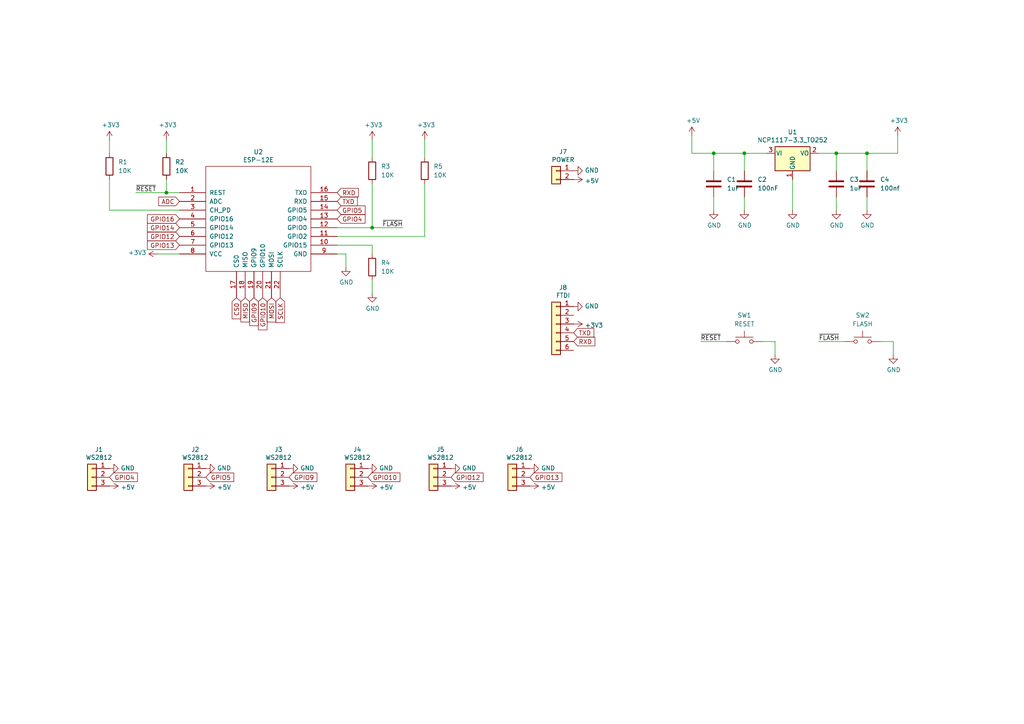
<source format=kicad_sch>
(kicad_sch (version 20250114) (generator "eeschema") (generator_version "9.0")
  (paper "A4")
  (title_block (title "ESP8266-12E/F Breakout") (date "2022-06-12") (rev "1.1") (company "HXR.DK") (comment 1 "CC-BY-SA"))
  (lib_symbols
    (symbol "Device:C" (pin_numbers (hide yes)) (pin_names (offset 0.254))
      (property "Reference" "C" (at 0.635 2.54 0))
      (property "Value" "C" (at 0.635 -2.54 0))
      (symbol "C_0_1"
        (polyline (pts (xy -2.032 0.762) (xy 2.032 0.762)) (stroke (width 0.508)))
        (polyline (pts (xy -2.032 -0.762) (xy 2.032 -0.762)) (stroke (width 0.508)))
      )
      (symbol "C_1_1"
        (pin passive line (at 0 3.81 270) (length 2.794) (name "~") (number "1"))
        (pin passive line (at 0 -3.81 90) (length 2.794) (name "~") (number "2"))
      )
    )
    (symbol "Device:R" (pin_numbers (hide yes)) (pin_names (offset 0))
      (property "Reference" "R" (at 2.032 0 90))
      (property "Value" "R" (at 0 0 90))
      (symbol "R_0_1"
        (rectangle (start -1.016 -2.54) (end 1.016 2.54) (stroke (width 0.254)))
      )
      (symbol "R_1_1"
        (pin passive line (at 0 3.81 270) (length 1.27) (name "~") (number "1"))
        (pin passive line (at 0 -3.81 90) (length 1.27) (name "~") (number "2"))
      )
    )
    (symbol "ESP8266-Breakout-rescue:Conn_01x02-Connector" (pin_names (offset 1.016) (hide yes))
      (property "Reference" "J" (at 0 2.54 0))
      (property "Value" "Conn_01x02-Connector" (at 0 -5.08 0))
      (symbol "Conn_01x02-Connector_1_1"
        (rectangle (start -1.27 1.27) (end 1.27 -3.81) (stroke (width 0.254)) (fill (type background)))
        (rectangle (start -1.27 0.127) (end 0 -0.127) (stroke (width 0.1524)))
        (rectangle (start -1.27 -2.413) (end 0 -2.667) (stroke (width 0.1524)))
        (pin passive line (at -5.08 0 0) (length 3.81) (name "Pin_1") (number "1"))
        (pin passive line (at -5.08 -2.54 0) (length 3.81) (name "Pin_2") (number "2"))
      )
    )
    (symbol "ESP8266-Breakout-rescue:Conn_01x03-Connector" (pin_names (offset 1.016) (hide yes))
      (property "Reference" "J" (at 0 5.08 0))
      (property "Value" "Conn_01x03-Connector" (at 0 -5.08 0))
      (symbol "Conn_01x03-Connector_1_1"
        (rectangle (start -1.27 3.81) (end 1.27 -3.81) (stroke (width 0.254)) (fill (type background)))
        (rectangle (start -1.27 2.667) (end 0 2.413) (stroke (width 0.1524)))
        (rectangle (start -1.27 0.127) (end 0 -0.127) (stroke (width 0.1524)))
        (rectangle (start -1.27 -2.413) (end 0 -2.667) (stroke (width 0.1524)))
        (pin passive line (at -5.08 2.54 0) (length 3.81) (name "Pin_1") (number "1"))
        (pin passive line (at -5.08 0 0) (length 3.81) (name "Pin_2") (number "2"))
        (pin passive line (at -5.08 -2.54 0) (length 3.81) (name "Pin_3") (number "3"))
      )
    )
    (symbol "ESP8266-Breakout-rescue:Conn_01x06-Connector" (pin_names (offset 1.016) (hide yes))
      (property "Reference" "J" (at 0 7.62 0))
      (property "Value" "Conn_01x06-Connector" (at 0 -10.16 0))
      (symbol "Conn_01x06-Connector_1_1"
        (rectangle (start -1.27 6.35) (end 1.27 -8.89) (stroke (width 0.254)) (fill (type background)))
        (rectangle (start -1.27 5.207) (end 0 4.953) (stroke (width 0.1524)))
        (rectangle (start -1.27 2.667) (end 0 2.413) (stroke (width 0.1524)))
        (rectangle (start -1.27 0.127) (end 0 -0.127) (stroke (width 0.1524)))
        (rectangle (start -1.27 -2.413) (end 0 -2.667) (stroke (width 0.1524)))
        (rectangle (start -1.27 -4.953) (end 0 -5.207) (stroke (width 0.1524)))
        (rectangle (start -1.27 -7.493) (end 0 -7.747) (stroke (width 0.1524)))
        (pin passive line (at -5.08 5.08 0) (length 3.81) (name "Pin_1") (number "1"))
        (pin passive line (at -5.08 2.54 0) (length 3.81) (name "Pin_2") (number "2"))
        (pin passive line (at -5.08 0 0) (length 3.81) (name "Pin_3") (number "3"))
        (pin passive line (at -5.08 -2.54 0) (length 3.81) (name "Pin_4") (number "4"))
        (pin passive line (at -5.08 -5.08 0) (length 3.81) (name "Pin_5") (number "5"))
        (pin passive line (at -5.08 -7.62 0) (length 3.81) (name "Pin_6") (number "6"))
      )
    )
    (symbol "ESP8266-Breakout-rescue:NCP1117-3.3_TO252-regul" (pin_names (offset 0.254))
      (property "Reference" "U" (at -3.81 3.175 0))
      (property "Value" "NCP1117-3.3_TO252-regul" (at 0 3.175 0))
      (symbol "NCP1117-3.3_TO252-regul_0_1"
        (rectangle (start -5.08 1.905) (end 5.08 -5.08) (stroke (width 0.254)) (fill (type background)))
      )
      (symbol "NCP1117-3.3_TO252-regul_1_1"
        (pin power_in line (at -7.62 0 0) (length 2.54) (name "VI") (number "3"))
        (pin power_in line (at 0 -7.62 90) (length 2.54) (name "GND") (number "1"))
        (pin power_out line (at 7.62 0 180) (length 2.54) (name "VO") (number "2"))
      )
    )
    (symbol "ESP8266:ESP-12E" (pin_names (offset 1.016))
      (property "Reference" "U" (at 0 -2.54 0))
      (property "Value" "ESP-12E" (at 0 2.54 0))
      (symbol "ESP-12E_1_0"
        (rectangle (start -15.24 -15.24) (end 15.24 15.24))
      )
      (symbol "ESP-12E_1_1"
        (pin input line (at -22.86 7.62 0) (length 7.62) (name "REST") (number "1"))
        (pin passive line (at -22.86 5.08 0) (length 7.62) (name "ADC") (number "2"))
        (pin input line (at -22.86 2.54 0) (length 7.62) (name "CH_PD") (number "3"))
        (pin bidirectional line (at -22.86 0 0) (length 7.62) (name "GPIO16") (number "4"))
        (pin bidirectional line (at -22.86 -2.54 0) (length 7.62) (name "GPIO14") (number "5"))
        (pin bidirectional line (at -22.86 -5.08 0) (length 7.62) (name "GPIO12") (number "6"))
        (pin bidirectional line (at -22.86 -7.62 0) (length 7.62) (name "GPIO13") (number "7"))
        (pin power_in line (at -22.86 -10.16 0) (length 7.62) (name "VCC") (number "8"))
        (pin bidirectional line (at -6.35 -22.86 90) (length 7.62) (name "CS0") (number "17"))
        (pin bidirectional line (at -3.81 -22.86 90) (length 7.62) (name "MISO") (number "18"))
        (pin bidirectional line (at -1.27 -22.86 90) (length 7.62) (name "GPIO9") (number "19"))
        (pin bidirectional line (at 1.27 -22.86 90) (length 7.62) (name "GPIO10") (number "20"))
        (pin bidirectional line (at 3.81 -22.86 90) (length 7.62) (name "MOSI") (number "21"))
        (pin bidirectional line (at 6.35 -22.86 90) (length 7.62) (name "SCLK") (number "22"))
        (pin output line (at 22.86 7.62 180) (length 7.62) (name "TXD") (number "16"))
        (pin input line (at 22.86 5.08 180) (length 7.62) (name "RXD") (number "15"))
        (pin bidirectional line (at 22.86 2.54 180) (length 7.62) (name "GPIO5") (number "14"))
        (pin bidirectional line (at 22.86 0 180) (length 7.62) (name "GPIO4") (number "13"))
        (pin bidirectional line (at 22.86 -2.54 180) (length 7.62) (name "GPIO0") (number "12"))
        (pin bidirectional line (at 22.86 -5.08 180) (length 7.62) (name "GPIO2") (number "11"))
        (pin bidirectional line (at 22.86 -7.62 180) (length 7.62) (name "GPIO15") (number "10"))
        (pin power_in line (at 22.86 -10.16 180) (length 7.62) (name "GND") (number "9"))
      )
    )
    (symbol "Switch:SW_Push" (pin_numbers (hide yes)) (pin_names (offset 1.016) (hide yes))
      (property "Reference" "SW" (at 1.27 2.54 0))
      (property "Value" "SW_Push" (at 0 -1.524 0))
      (symbol "SW_Push_0_1"
        (circle (center -2.032 0) (radius 0.508))
        (polyline (pts (xy 0 1.27) (xy 0 3.048)))
        (circle (center 2.032 0) (radius 0.508))
        (polyline (pts (xy 2.54 1.27) (xy -2.54 1.27)))
        (pin passive line (at -5.08 0 0) (length 2.54) (name "1") (number "1"))
        (pin passive line (at 5.08 0 180) (length 2.54) (name "2") (number "2"))
      )
    )
    (symbol "power:+3V3" (power) (pin_names (offset 0))
      (property "Value" "+3V3" (at 0 3.556 0))
      (symbol "+3V3_0_1"
        (polyline (pts (xy -0.762 1.27) (xy 0 2.54)))
        (polyline (pts (xy 0 2.54) (xy 0.762 1.27)))
        (polyline (pts (xy 0 0) (xy 0 2.54)))
      )
      (symbol "+3V3_1_1"
        (pin power_in line (at 0 0 90) (length 0) (hide yes) (name "+3V3") (number "1"))
      )
    )
    (symbol "power:+5V" (power) (pin_names (offset 0))
      (property "Value" "+5V" (at 0 3.556 0))
      (symbol "+5V_0_1"
        (polyline (pts (xy -0.762 1.27) (xy 0 2.54)))
        (polyline (pts (xy 0 2.54) (xy 0.762 1.27)))
        (polyline (pts (xy 0 0) (xy 0 2.54)))
      )
      (symbol "+5V_1_1"
        (pin power_in line (at 0 0 90) (length 0) (hide yes) (name "+5V") (number "1"))
      )
    )
    (symbol "power:GND" (power) (pin_names (offset 0))
      (property "Value" "GND" (at 0 -3.81 0))
      (symbol "GND_0_1"
        (polyline (pts (xy 0 0) (xy 0 -1.27) (xy 1.27 -1.27) (xy 0 -2.54) (xy -1.27 -1.27) (xy 0 -1.27)))
      )
      (symbol "GND_1_1"
        (pin power_in line (at 0 0 270) (length 0) (hide yes) (name "GND") (number "1"))
      )
    )
  )
  (junction (at 107.95 66.04))
  (junction (at 251.46 44.45))
  (junction (at 242.57 44.45))
  (junction (at 215.9 44.45))
  (junction (at 207.01 44.45))
  (junction (at 48.26 55.88))
  (wire (pts (xy 207.01 44.45) (xy 207.01 49.53)))
  (wire (pts (xy 251.46 49.53) (xy 251.46 44.45)))
  (wire (pts (xy 100.33 73.66) (xy 100.33 77.47)))
  (wire (pts (xy 255.27 99.06) (xy 259.08 99.06)))
  (wire (pts (xy 97.79 66.04) (xy 107.95 66.04)))
  (wire (pts (xy 220.98 99.06) (xy 224.79 99.06)))
  (wire (pts (xy 242.57 44.45) (xy 251.46 44.45)))
  (wire (pts (xy 48.26 52.07) (xy 48.26 55.88)))
  (wire (pts (xy 207.01 57.15) (xy 207.01 60.96)))
  (wire (pts (xy 203.2 99.06) (xy 210.82 99.06)))
  (wire (pts (xy 215.9 44.45) (xy 222.25 44.45)))
  (wire (pts (xy 242.57 57.15) (xy 242.57 60.96)))
  (wire (pts (xy 48.26 40.64) (xy 48.26 44.45)))
  (wire (pts (xy 200.66 44.45) (xy 207.01 44.45)))
  (wire (pts (xy 200.66 39.37) (xy 200.66 44.45)))
  (wire (pts (xy 260.35 39.37) (xy 260.35 44.45)))
  (wire (pts (xy 229.87 52.07) (xy 229.87 60.96)))
  (wire (pts (xy 207.01 44.45) (xy 215.9 44.45)))
  (wire (pts (xy 123.19 40.64) (xy 123.19 45.72)))
  (wire (pts (xy 107.95 45.72) (xy 107.95 40.64)))
  (wire (pts (xy 31.75 60.96) (xy 31.75 52.07)))
  (wire (pts (xy 97.79 68.58) (xy 123.19 68.58)))
  (wire (pts (xy 237.49 99.06) (xy 245.11 99.06)))
  (wire (pts (xy 251.46 44.45) (xy 260.35 44.45)))
  (wire (pts (xy 45.72 73.66) (xy 52.07 73.66)))
  (wire (pts (xy 123.19 53.34) (xy 123.19 68.58)))
  (wire (pts (xy 224.79 99.06) (xy 224.79 102.87)))
  (wire (pts (xy 107.95 81.28) (xy 107.95 85.09)))
  (wire (pts (xy 259.08 99.06) (xy 259.08 102.87)))
  (wire (pts (xy 251.46 57.15) (xy 251.46 60.96)))
  (wire (pts (xy 107.95 71.12) (xy 107.95 73.66)))
  (wire (pts (xy 215.9 44.45) (xy 215.9 49.53)))
  (wire (pts (xy 242.57 49.53) (xy 242.57 44.45)))
  (wire (pts (xy 31.75 60.96) (xy 52.07 60.96)))
  (wire (pts (xy 97.79 71.12) (xy 107.95 71.12)))
  (wire (pts (xy 97.79 73.66) (xy 100.33 73.66)))
  (wire (pts (xy 107.95 66.04) (xy 116.84 66.04)))
  (wire (pts (xy 107.95 53.34) (xy 107.95 66.04)))
  (wire (pts (xy 237.49 44.45) (xy 242.57 44.45)))
  (wire (pts (xy 31.75 40.64) (xy 31.75 44.45)))
  (wire (pts (xy 39.37 55.88) (xy 48.26 55.88)))
  (wire (pts (xy 215.9 57.15) (xy 215.9 60.96)))
  (wire (pts (xy 48.26 55.88) (xy 52.07 55.88)))
  (label "~{FLASH}" (at 237.49 99.06 0))
  (label "~{RESET}" (at 39.37 55.88 0))
  (label "~{FLASH}" (at 116.84 66.04 180))
  (label "~{RESET}" (at 203.2 99.06 0))
  (global_label "GPIO13" (shape input) (at 153.67 138.43 0) (property "Intersheetrefs" "${INTERSHEET_REFS}" (effects (hide yes))))
  (global_label "GPIO12" (shape input) (at 52.07 68.58 180) (property "Intersheetrefs" "${INTERSHEET_REFS}" (effects (hide yes))))
  (global_label "GPIO4" (shape input) (at 31.75 138.43 0) (property "Intersheetrefs" "${INTERSHEET_REFS}" (effects (hide yes))))
  (global_label "MISO" (shape input) (at 71.12 86.36 270) (property "Intersheetrefs" "${INTERSHEET_REFS}" (effects (hide yes))))
  (global_label "RXD" (shape input) (at 166.37 99.06 0) (property "Intersheetrefs" "${INTERSHEET_REFS}" (effects (hide yes))))
  (global_label "RXD" (shape input) (at 97.79 55.88 0) (property "Intersheetrefs" "${INTERSHEET_REFS}" (effects (hide yes))))
  (global_label "SCLK" (shape input) (at 81.28 86.36 270) (property "Intersheetrefs" "${INTERSHEET_REFS}" (effects (hide yes))))
  (global_label "GPIO4" (shape input) (at 97.79 63.5 0) (property "Intersheetrefs" "${INTERSHEET_REFS}" (effects (hide yes))))
  (global_label "GPIO5" (shape input) (at 59.69 138.43 0) (property "Intersheetrefs" "${INTERSHEET_REFS}" (effects (hide yes))))
  (global_label "GPIO5" (shape input) (at 97.79 60.96 0) (property "Intersheetrefs" "${INTERSHEET_REFS}" (effects (hide yes))))
  (global_label "TXD" (shape input) (at 97.79 58.42 0) (property "Intersheetrefs" "${INTERSHEET_REFS}" (effects (hide yes))))
  (global_label "MOSI" (shape input) (at 78.74 86.36 270) (property "Intersheetrefs" "${INTERSHEET_REFS}" (effects (hide yes))))
  (global_label "GPIO13" (shape input) (at 52.07 71.12 180) (property "Intersheetrefs" "${INTERSHEET_REFS}" (effects (hide yes))))
  (global_label "CS0" (shape input) (at 68.58 86.36 270) (property "Intersheetrefs" "${INTERSHEET_REFS}" (effects (hide yes))))
  (global_label "GPIO14" (shape input) (at 52.07 66.04 180) (property "Intersheetrefs" "${INTERSHEET_REFS}" (effects (hide yes))))
  (global_label "GPIO10" (shape input) (at 106.68 138.43 0) (property "Intersheetrefs" "${INTERSHEET_REFS}" (effects (hide yes))))
  (global_label "GPIO9" (shape input) (at 83.82 138.43 0) (property "Intersheetrefs" "${INTERSHEET_REFS}" (effects (hide yes))))
  (global_label "GPIO12" (shape input) (at 130.81 138.43 0) (property "Intersheetrefs" "${INTERSHEET_REFS}" (effects (hide yes))))
  (global_label "GPIO9" (shape input) (at 73.66 86.36 270) (property "Intersheetrefs" "${INTERSHEET_REFS}" (effects (hide yes))))
  (global_label "GPIO10" (shape input) (at 76.2 86.36 270) (property "Intersheetrefs" "${INTERSHEET_REFS}" (effects (hide yes))))
  (global_label "TXD" (shape input) (at 166.37 96.52 0) (property "Intersheetrefs" "${INTERSHEET_REFS}" (effects (hide yes))))
  (global_label "ADC" (shape input) (at 52.07 58.42 180) (property "Intersheetrefs" "${INTERSHEET_REFS}" (effects (hide yes))))
  (global_label "GPIO16" (shape input) (at 52.07 63.5 180) (property "Intersheetrefs" "${INTERSHEET_REFS}" (effects (hide yes))))
  (symbol (lib_id "ESP8266:ESP-12E") (at 74.93 63.5 0) (unit 1)
    (property "Reference" "U2" (at 74.93 44.069 0))
    (property "Value" "ESP-12E" (at 74.93 46.3804 0))
    (property "Footprint" "ESP8266:ESP-12E_SMD" (effects (hide yes)))
    (property "Datasheet" "http://l0l.org.uk/2014/12/esp8266-modules-hardware-guide-gotta-catch-em-all/" (effects (hide yes)))
  )
  (symbol (lib_id "power:+3V3") (at 45.72 73.66 90) (unit 1)
    (property "Reference" "#PWR012" (effects (hide yes)))
    (property "Value" "+3V3" (at 42.4688 73.279 90) (effects (justify left)))
  )
  (symbol (lib_id "power:GND") (at 100.33 77.47 0) (unit 1)
    (property "Reference" "#PWR013" (effects (hide yes)))
    (property "Value" "GND" (at 100.457 81.8642 0))
  )
  (symbol (lib_id "power:+5V") (at 200.66 39.37 0) (unit 1)
    (property "Reference" "#PWR01" (effects (hide yes)))
    (property "Value" "+5V" (at 201.041 34.9758 0))
  )
  (symbol (lib_id "ESP8266-Breakout-rescue:NCP1117-3.3_TO252-regul") (at 229.87 44.45 0) (unit 1)
    (property "Reference" "U1" (at 229.87 38.3032 0))
    (property "Value" "NCP1117-3.3_TO252" (at 229.87 40.6146 0))
    (property "Footprint" "Package_TO_SOT_SMD:TO-252-2" (effects (hide yes)))
    (property "Datasheet" "http://www.onsemi.com/pub_link/Collateral/NCP1117-D.PDF" (effects (hide yes)))
  )
  (symbol (lib_id "power:+3V3") (at 260.35 39.37 0) (unit 1)
    (property "Reference" "#PWR02" (effects (hide yes)))
    (property "Value" "+3V3" (at 260.731 34.9758 0))
  )
  (symbol (lib_id "power:GND") (at 229.87 60.96 0) (unit 1)
    (property "Reference" "#PWR09" (effects (hide yes)))
    (property "Value" "GND" (at 229.997 65.3542 0))
  )
  (symbol (lib_id "power:GND") (at 215.9 60.96 0) (unit 1)
    (property "Reference" "#PWR08" (effects (hide yes)))
    (property "Value" "GND" (at 216.027 65.3542 0))
  )
  (symbol (lib_id "power:GND") (at 242.57 60.96 0) (unit 1)
    (property "Reference" "#PWR010" (effects (hide yes)))
    (property "Value" "GND" (at 242.697 65.3542 0))
  )
  (symbol (lib_id "power:GND") (at 207.01 60.96 0) (unit 1)
    (property "Reference" "#PWR07" (effects (hide yes)))
    (property "Value" "GND" (at 207.137 65.3542 0))
  )
  (symbol (lib_id "power:GND") (at 251.46 60.96 0) (unit 1)
    (property "Reference" "#PWR011" (effects (hide yes)))
    (property "Value" "GND" (at 251.587 65.3542 0))
  )
  (symbol (lib_id "power:+3V3") (at 107.95 40.64 0) (unit 1)
    (property "Reference" "#PWR05" (effects (hide yes)))
    (property "Value" "+3V3" (at 108.331 36.2458 0))
  )
  (symbol (lib_id "power:+3V3") (at 123.19 40.64 0) (unit 1)
    (property "Reference" "#PWR06" (effects (hide yes)))
    (property "Value" "+3V3" (at 123.571 36.2458 0))
  )
  (symbol (lib_id "power:+3V3") (at 48.26 40.64 0) (unit 1)
    (property "Reference" "#PWR04" (effects (hide yes)))
    (property "Value" "+3V3" (at 48.641 36.2458 0))
  )
  (symbol (lib_id "power:+3V3") (at 31.75 40.64 0) (unit 1)
    (property "Reference" "#PWR03" (effects (hide yes)))
    (property "Value" "+3V3" (at 32.131 36.2458 0))
  )
  (symbol (lib_id "power:GND") (at 107.95 85.09 0) (unit 1)
    (property "Reference" "#PWR014" (effects (hide yes)))
    (property "Value" "GND" (at 108.077 89.4842 0))
  )
  (symbol (lib_id "ESP8266-Breakout-rescue:Conn_01x06-Connector") (at 161.29 93.98 0) (mirror y) (unit 1) (in_bom no)
    (property "Reference" "J8" (at 163.322 83.3882 0))
    (property "Value" "FTDI" (at 163.322 85.6996 0))
    (property "Footprint" "Connector_PinHeader_2.54mm:PinHeader_1x06_P2.54mm_Vertical" (effects (hide yes)))
  )
  (symbol (lib_id "power:GND") (at 166.37 88.9 90) (unit 1)
    (property "Reference" "#PWR029" (effects (hide yes)))
    (property "Value" "GND" (at 169.6212 88.773 90) (effects (justify right)))
  )
  (symbol (lib_id "power:+3V3") (at 166.37 93.98 270) (unit 1)
    (property "Reference" "#PWR030" (effects (hide yes)))
    (property "Value" "+3V3" (at 169.6212 94.361 90) (effects (justify left)))
  )
  (symbol (lib_id "ESP8266-Breakout-rescue:Conn_01x02-Connector") (at 161.29 49.53 0) (mirror y) (unit 1) (in_bom no)
    (property "Reference" "J7" (at 163.322 44.0182 0))
    (property "Value" "POWER" (at 163.322 46.3296 0))
    (property "Footprint" "Connector_PinHeader_2.54mm:PinHeader_1x02_P2.54mm_Vertical" (effects (hide yes)))
  )
  (symbol (lib_id "power:GND") (at 166.37 49.53 90) (unit 1)
    (property "Reference" "#PWR027" (effects (hide yes)))
    (property "Value" "GND" (at 169.6212 49.403 90) (effects (justify right)))
  )
  (symbol (lib_id "power:+5V") (at 166.37 52.07 270) (unit 1)
    (property "Reference" "#PWR028" (effects (hide yes)))
    (property "Value" "+5V" (at 169.6212 52.451 90) (effects (justify left)))
  )
  (symbol (lib_id "ESP8266-Breakout-rescue:Conn_01x03-Connector") (at 26.67 138.43 0) (mirror y) (unit 1) (in_bom no)
    (property "Reference" "J1" (at 28.702 130.3782 0))
    (property "Value" "WS2812" (at 28.702 132.6896 0))
    (property "Footprint" "Connector_PinHeader_2.54mm:PinHeader_1x03_P2.54mm_Vertical" (effects (hide yes)))
  )
  (symbol (lib_id "power:GND") (at 31.75 135.89 90) (unit 1)
    (property "Reference" "#PWR015" (effects (hide yes)))
    (property "Value" "GND" (at 35.0012 135.763 90) (effects (justify right)))
  )
  (symbol (lib_id "power:+5V") (at 31.75 140.97 270) (unit 1)
    (property "Reference" "#PWR021" (effects (hide yes)))
    (property "Value" "+5V" (at 35.0012 141.351 90) (effects (justify left)))
  )
  (symbol (lib_id "ESP8266-Breakout-rescue:Conn_01x03-Connector") (at 54.61 138.43 0) (mirror y) (unit 1) (in_bom no)
    (property "Reference" "J2" (at 56.642 130.3782 0))
    (property "Value" "WS2812" (at 56.642 132.6896 0))
    (property "Footprint" "Connector_PinHeader_2.54mm:PinHeader_1x03_P2.54mm_Vertical" (effects (hide yes)))
  )
  (symbol (lib_id "ESP8266-Breakout-rescue:Conn_01x03-Connector") (at 78.74 138.43 0) (mirror y) (unit 1) (in_bom no)
    (property "Reference" "J3" (at 80.772 130.3782 0))
    (property "Value" "WS2812" (at 80.772 132.6896 0))
    (property "Footprint" "Connector_PinHeader_2.54mm:PinHeader_1x03_P2.54mm_Vertical" (effects (hide yes)))
  )
  (symbol (lib_id "ESP8266-Breakout-rescue:Conn_01x03-Connector") (at 101.6 138.43 0) (mirror y) (unit 1) (in_bom no)
    (property "Reference" "J4" (at 103.632 130.3782 0))
    (property "Value" "WS2812" (at 103.632 132.6896 0))
    (property "Footprint" "Connector_PinHeader_2.54mm:PinHeader_1x03_P2.54mm_Vertical" (effects (hide yes)))
  )
  (symbol (lib_id "ESP8266-Breakout-rescue:Conn_01x03-Connector") (at 125.73 138.43 0) (mirror y) (unit 1) (in_bom no)
    (property "Reference" "J5" (at 127.762 130.3782 0))
    (property "Value" "WS2812" (at 127.762 132.6896 0))
    (property "Footprint" "Connector_PinHeader_2.54mm:PinHeader_1x03_P2.54mm_Vertical" (effects (hide yes)))
  )
  (symbol (lib_id "ESP8266-Breakout-rescue:Conn_01x03-Connector") (at 148.59 138.43 0) (mirror y) (unit 1) (in_bom no)
    (property "Reference" "J6" (at 150.622 130.3782 0))
    (property "Value" "WS2812" (at 150.622 132.6896 0))
    (property "Footprint" "Connector_PinHeader_2.54mm:PinHeader_1x03_P2.54mm_Vertical" (effects (hide yes)))
  )
  (symbol (lib_id "power:GND") (at 59.69 135.89 90) (unit 1)
    (property "Reference" "#PWR016" (effects (hide yes)))
    (property "Value" "GND" (at 62.9412 135.763 90) (effects (justify right)))
  )
  (symbol (lib_id "power:GND") (at 83.82 135.89 90) (unit 1)
    (property "Reference" "#PWR017" (effects (hide yes)))
    (property "Value" "GND" (at 87.0712 135.763 90) (effects (justify right)))
  )
  (symbol (lib_id "power:GND") (at 106.68 135.89 90) (unit 1)
    (property "Reference" "#PWR018" (effects (hide yes)))
    (property "Value" "GND" (at 109.9312 135.763 90) (effects (justify right)))
  )
  (symbol (lib_id "power:GND") (at 130.81 135.89 90) (unit 1)
    (property "Reference" "#PWR019" (effects (hide yes)))
    (property "Value" "GND" (at 134.0612 135.763 90) (effects (justify right)))
  )
  (symbol (lib_id "power:GND") (at 153.67 135.89 90) (unit 1)
    (property "Reference" "#PWR020" (effects (hide yes)))
    (property "Value" "GND" (at 156.9212 135.763 90) (effects (justify right)))
  )
  (symbol (lib_id "power:+5V") (at 59.69 140.97 270) (unit 1)
    (property "Reference" "#PWR022" (effects (hide yes)))
    (property "Value" "+5V" (at 62.9412 141.351 90) (effects (justify left)))
  )
  (symbol (lib_id "power:+5V") (at 83.82 140.97 270) (unit 1)
    (property "Reference" "#PWR023" (effects (hide yes)))
    (property "Value" "+5V" (at 87.0712 141.351 90) (effects (justify left)))
  )
  (symbol (lib_id "power:+5V") (at 106.68 140.97 270) (unit 1)
    (property "Reference" "#PWR024" (effects (hide yes)))
    (property "Value" "+5V" (at 109.9312 141.351 90) (effects (justify left)))
  )
  (symbol (lib_id "power:+5V") (at 130.81 140.97 270) (unit 1)
    (property "Reference" "#PWR025" (effects (hide yes)))
    (property "Value" "+5V" (at 134.0612 141.351 90) (effects (justify left)))
  )
  (symbol (lib_id "power:+5V") (at 153.67 140.97 270) (unit 1)
    (property "Reference" "#PWR026" (effects (hide yes)))
    (property "Value" "+5V" (at 156.9212 141.351 90) (effects (justify left)))
  )
  (symbol (lib_id "Device:R") (at 123.19 49.53 0) (unit 1)
    (property "Reference" "R5" (at 125.73 48.2599 0) (effects (justify left)))
    (property "Value" "10K" (at 125.73 50.7999 0) (effects (justify left)))
    (property "Footprint" "Resistor_SMD:R_0805_2012Metric_Pad1.20x1.40mm_HandSolder" (effects (hide yes)))
  )
  (symbol (lib_id "Device:R") (at 31.75 48.26 0) (unit 1)
    (property "Reference" "R1" (at 34.29 46.9899 0) (effects (justify left)))
    (property "Value" "10K" (at 34.29 49.5299 0) (effects (justify left)))
    (property "Footprint" "Resistor_SMD:R_0805_2012Metric_Pad1.20x1.40mm_HandSolder" (effects (hide yes)))
  )
  (symbol (lib_id "Device:R") (at 107.95 77.47 0) (unit 1)
    (property "Reference" "R4" (at 110.49 76.1999 0) (effects (justify left)))
    (property "Value" "10K" (at 110.49 78.7399 0) (effects (justify left)))
    (property "Footprint" "Resistor_SMD:R_0805_2012Metric_Pad1.20x1.40mm_HandSolder" (effects (hide yes)))
  )
  (symbol (lib_id "Device:C") (at 215.9 53.34 0) (unit 1)
    (property "Reference" "C2" (at 219.71 52.0699 0) (effects (justify left)))
    (property "Value" "100nF" (at 219.71 54.6099 0) (effects (justify left)))
    (property "Footprint" "Capacitor_SMD:C_0805_2012Metric_Pad1.18x1.45mm_HandSolder" (effects (hide yes)))
  )
  (symbol (lib_id "Device:C") (at 207.01 53.34 0) (unit 1)
    (property "Reference" "C1" (at 210.82 52.0699 0) (effects (justify left)))
    (property "Value" "1uF" (at 210.82 54.6099 0) (effects (justify left)))
    (property "Footprint" "Capacitor_SMD:C_0805_2012Metric_Pad1.18x1.45mm_HandSolder" (effects (hide yes)))
  )
  (symbol (lib_id "power:GND") (at 224.79 102.87 0) (unit 1)
    (property "Reference" "#PWR031" (effects (hide yes)))
    (property "Value" "GND" (at 224.917 107.2642 0))
  )
  (symbol (lib_id "Device:C") (at 242.57 53.34 0) (unit 1)
    (property "Reference" "C3" (at 246.38 52.0699 0) (effects (justify left)))
    (property "Value" "1uF" (at 246.38 54.6099 0) (effects (justify left)))
    (property "Footprint" "Capacitor_SMD:C_0805_2012Metric_Pad1.18x1.45mm_HandSolder" (effects (hide yes)))
  )
  (symbol (lib_id "Switch:SW_Push") (at 250.19 99.06 0) (unit 1)
    (property "Reference" "SW2" (at 250.19 91.44 0))
    (property "Value" "FLASH" (at 250.19 93.98 0))
    (property "Footprint" "Button_Switch_SMD:SW_SPST_TL3342" (effects (hide yes)))
  )
  (symbol (lib_id "Device:C") (at 251.46 53.34 0) (unit 1)
    (property "Reference" "C4" (at 255.27 52.0699 0) (effects (justify left)))
    (property "Value" "100nf" (at 255.27 54.6099 0) (effects (justify left)))
    (property "Footprint" "Capacitor_SMD:C_0805_2012Metric_Pad1.18x1.45mm_HandSolder" (effects (hide yes)))
  )
  (symbol (lib_id "Device:R") (at 48.26 48.26 0) (unit 1)
    (property "Reference" "R2" (at 50.8 46.9899 0) (effects (justify left)))
    (property "Value" "10K" (at 50.8 49.5299 0) (effects (justify left)))
    (property "Footprint" "Resistor_SMD:R_0805_2012Metric_Pad1.20x1.40mm_HandSolder" (effects (hide yes)))
  )
  (symbol (lib_id "Device:R") (at 107.95 49.53 0) (unit 1)
    (property "Reference" "R3" (at 110.49 48.2599 0) (effects (justify left)))
    (property "Value" "10K" (at 110.49 50.7999 0) (effects (justify left)))
    (property "Footprint" "Resistor_SMD:R_0805_2012Metric_Pad1.20x1.40mm_HandSolder" (effects (hide yes)))
  )
  (symbol (lib_id "Switch:SW_Push") (at 215.9 99.06 0) (unit 1)
    (property "Reference" "SW1" (at 215.9 91.44 0))
    (property "Value" "RESET" (at 215.9 93.98 0))
    (property "Footprint" "Button_Switch_SMD:SW_SPST_TL3342" (effects (hide yes)))
  )
  (symbol (lib_id "power:GND") (at 259.08 102.87 0) (unit 1)
    (property "Reference" "#PWR032" (effects (hide yes)))
    (property "Value" "GND" (at 259.207 107.2642 0))
  )
)
</source>
